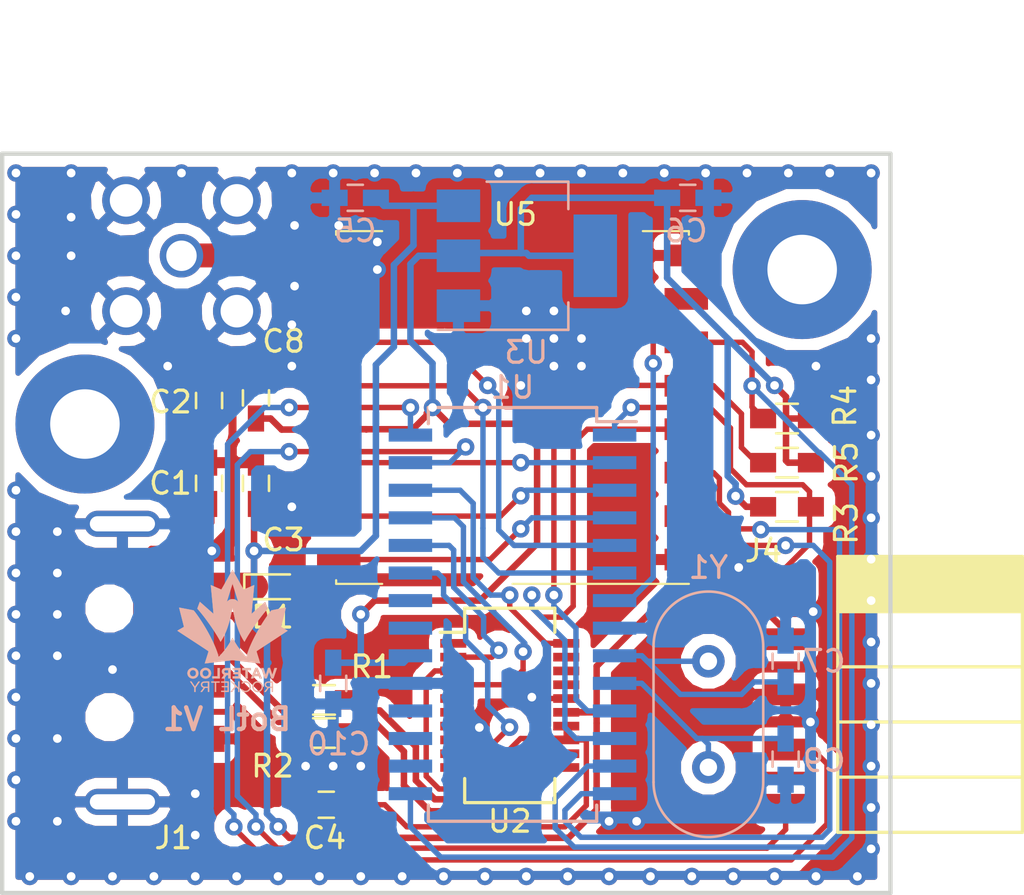
<source format=kicad_pcb>
(kicad_pcb (version 20171130) (host pcbnew "(5.0.0)")
  (layers (0 F.Cu signal) (31 B.Cu signal) (34 B.Paste user) (35 F.Paste user) (36 B.SilkS user) (37 F.SilkS user) (38 B.Mask user) (39 F.Mask user) (44 Edge.Cuts user))
  (net 0 "")
  (net 1 GND)
  (net 2 "Net-(C4-Pad1)")
  (net 3 "Net-(J2-Pad1)")
  (net 4 "Net-(U1-Pad21)")
  (net 5 "Net-(U1-Pad18)")
  (net 6 "Net-(U1-Pad17)")
  (net 7 "Net-(U1-Pad16)")
  (net 8 +5V)
  (net 9 +3V3)
  (net 10 /OSC1)
  (net 11 /OSC2)
  (net 12 /~MCLR)
  (net 13 /ICSPDAT)
  (net 14 /ICSPCLK)
  (net 15 /RESET)
  (net 16 /CS)
  (net 17 /DIN)
  (net 18 /DOUT)
  (net 19 /RTS)
  (net 20 /CTS)
  (net 21 "Net-(U1-Pad22)")
  (net 22 /MISO)
  (net 23 /MOSI)
  (net 24 /SCK)
  (net 25 "Net-(U2-Pad19)")
  (net 26 "Net-(U2-Pad18)")
  (net 27 "Net-(U2-Pad17)")
  (net 28 "Net-(U2-Pad10)")
  (net 29 "Net-(U2-Pad8)")
  (net 30 "Net-(U2-Pad7)")
  (net 31 "Net-(U2-Pad5)")
  (net 32 "Net-(U2-Pad1)")
  (net 33 /DIO5)
  (net 34 /DIO4)
  (net 35 /DIO3)
  (net 36 /DIO2)
  (net 37 /DIO1)
  (net 38 /DIO0)
  (net 39 /D1-)
  (net 40 /D1+)
  (net 41 /USBD-)
  (net 42 /USBD+)
  (module Resistors_SMD:R_0603_HandSoldering (layer F.Cu) (at 56.4515 17.272)
    (fp_text reference R3 (at 2.7305 0.762 90) (layer F.SilkS))
    (fp_text value 10k)
    (pad 2 smd rect (at 1.1 0) (size 1.2 0.9) (layers F.Cu F.Paste F.Mask) (net 12 /~MCLR))
    (pad 1 smd rect (at -1.1 0) (size 1.2 0.9) (layers F.Cu F.Paste F.Mask) (net 9 +3V3))
  )
  (module Mounting_Holes:MountingHole_3.2mm_M3_Pad (layer F.Cu) (at 57.15 6.35)
    (fp_text reference REF** hide)
    (fp_text value MountingHole_3.2mm_M3_Pad)
    (pad 1 thru_hole circle (at 0 0) (size 6.4 6.4) (drill 3.2) (layers *.Cu *.Mask))
  )
  (module Payload_Connectors:629104151021 (layer F.Cu) (at 28.956 20.955 270)
    (fp_text reference J1 (at 11.557 0.762) (layer F.SilkS))
    (fp_text value USB_A)
    (pad 1 smd rect (at 0 0 270) (size 1.2 3.2) (layers F.Cu F.Paste F.Mask) (net 8 +5V))
    (pad 2 smd rect (at 2.5 0 270) (size 1.2 3.2) (layers F.Cu F.Paste F.Mask) (net 39 /D1-))
    (pad 3 smd rect (at 4.5 0 270) (size 1.2 3.2) (layers F.Cu F.Paste F.Mask) (net 40 /D1+))
    (pad 4 smd rect (at 7 0 270) (size 1.2 3.2) (layers F.Cu F.Paste F.Mask) (net 1 GND))
    (pad "" np_thru_hole circle (at 1 3.7 270) (size 1.2 1.2) (drill 1.2) (layers *.Cu *.Mask))
    (pad "" np_thru_hole circle (at 6 3.7 270) (size 1.2 1.2) (drill 1.2) (layers *.Cu *.Mask))
    (pad 5 thru_hole oval (at -2.9 3.1 270) (size 1.2 3.5) (drill oval 0.7 3) (layers *.Cu *.Mask) (net 1 GND))
    (pad 5 thru_hole oval (at 9.9 3.1 270) (size 1.2 3.5) (drill oval 0.7 3) (layers *.Cu *.Mask) (net 1 GND))
  )
  (module Package_SO:SSOP-20_3.9x8.7mm_P0.635mm (layer F.Cu) (at 43.688 26.416)
    (fp_text reference U2 (at 0 5.334) (layer F.SilkS))
    (fp_text value FT231XS)
    (pad 1 smd rect (at -2.6 -2.8575) (size 1.2 0.4) (layers F.Cu F.Paste F.Mask) (net 32 "Net-(U2-Pad1)"))
    (pad 2 smd rect (at -2.6 -2.2225) (size 1.2 0.4) (layers F.Cu F.Paste F.Mask) (net 19 /RTS))
    (pad 3 smd rect (at -2.6 -1.5875) (size 1.2 0.4) (layers F.Cu F.Paste F.Mask) (net 2 "Net-(C4-Pad1)"))
    (pad 4 smd rect (at -2.6 -0.9525) (size 1.2 0.4) (layers F.Cu F.Paste F.Mask) (net 18 /DOUT))
    (pad 5 smd rect (at -2.6 -0.3175) (size 1.2 0.4) (layers F.Cu F.Paste F.Mask) (net 31 "Net-(U2-Pad5)"))
    (pad 6 smd rect (at -2.6 0.3175) (size 1.2 0.4) (layers F.Cu F.Paste F.Mask) (net 1 GND))
    (pad 7 smd rect (at -2.6 0.9525) (size 1.2 0.4) (layers F.Cu F.Paste F.Mask) (net 30 "Net-(U2-Pad7)"))
    (pad 8 smd rect (at -2.6 1.5875) (size 1.2 0.4) (layers F.Cu F.Paste F.Mask) (net 29 "Net-(U2-Pad8)"))
    (pad 9 smd rect (at -2.6 2.2225) (size 1.2 0.4) (layers F.Cu F.Paste F.Mask) (net 20 /CTS))
    (pad 10 smd rect (at -2.6 2.8575) (size 1.2 0.4) (layers F.Cu F.Paste F.Mask) (net 28 "Net-(U2-Pad10)"))
    (pad 11 smd rect (at 2.6 2.8575) (size 1.2 0.4) (layers F.Cu F.Paste F.Mask) (net 42 /USBD+))
    (pad 12 smd rect (at 2.6 2.2225) (size 1.2 0.4) (layers F.Cu F.Paste F.Mask) (net 41 /USBD-))
    (pad 13 smd rect (at 2.6 1.5875) (size 1.2 0.4) (layers F.Cu F.Paste F.Mask) (net 2 "Net-(C4-Pad1)"))
    (pad 14 smd rect (at 2.6 0.9525) (size 1.2 0.4) (layers F.Cu F.Paste F.Mask) (net 2 "Net-(C4-Pad1)"))
    (pad 15 smd rect (at 2.6 0.3175) (size 1.2 0.4) (layers F.Cu F.Paste F.Mask) (net 8 +5V))
    (pad 16 smd rect (at 2.6 -0.3175) (size 1.2 0.4) (layers F.Cu F.Paste F.Mask) (net 1 GND))
    (pad 17 smd rect (at 2.6 -0.9525) (size 1.2 0.4) (layers F.Cu F.Paste F.Mask) (net 27 "Net-(U2-Pad17)"))
    (pad 18 smd rect (at 2.6 -1.5875) (size 1.2 0.4) (layers F.Cu F.Paste F.Mask) (net 26 "Net-(U2-Pad18)"))
    (pad 19 smd rect (at 2.6 -2.2225) (size 1.2 0.4) (layers F.Cu F.Paste F.Mask) (net 25 "Net-(U2-Pad19)"))
    (pad 20 smd rect (at 2.6 -2.8575) (size 1.2 0.4) (layers F.Cu F.Paste F.Mask) (net 17 /DIN))
  )
  (module RF_Modules:Hopref_RFM9XW_SMD (layer F.Cu) (at 43.815 12.7 180)
    (fp_text reference U5 (at -0.127 8.89 180) (layer F.SilkS))
    (fp_text value RFM95W-915S2)
    (pad 16 smd rect (at 8 -7 180) (size 2 1) (layers F.Cu F.Paste F.Mask) (net 36 /DIO2))
    (pad 15 smd rect (at 8 -5 180) (size 2 1) (layers F.Cu F.Paste F.Mask) (net 37 /DIO1))
    (pad 14 smd rect (at 8 -3 180) (size 2 1) (layers F.Cu F.Paste F.Mask) (net 38 /DIO0))
    (pad 13 smd rect (at 8 -1 180) (size 2 1) (layers F.Cu F.Paste F.Mask) (net 9 +3V3))
    (pad 12 smd rect (at 8 1 180) (size 2 1) (layers F.Cu F.Paste F.Mask) (net 34 /DIO4))
    (pad 11 smd rect (at 8 3 180) (size 2 1) (layers F.Cu F.Paste F.Mask) (net 35 /DIO3))
    (pad 10 smd rect (at 8 5 180) (size 2 1) (layers F.Cu F.Paste F.Mask) (net 1 GND))
    (pad 9 smd rect (at 8 7 180) (size 2 1) (layers F.Cu F.Paste F.Mask) (net 3 "Net-(J2-Pad1)"))
    (pad 8 smd rect (at -8 7 180) (size 2 1) (layers F.Cu F.Paste F.Mask) (net 1 GND))
    (pad 7 smd rect (at -8 5 180) (size 2 1) (layers F.Cu F.Paste F.Mask) (net 33 /DIO5))
    (pad 6 smd rect (at -8 3 180) (size 2 1) (layers F.Cu F.Paste F.Mask) (net 15 /RESET))
    (pad 5 smd rect (at -8 1 180) (size 2 1) (layers F.Cu F.Paste F.Mask) (net 16 /CS))
    (pad 4 smd rect (at -8 -1 180) (size 2 1) (layers F.Cu F.Paste F.Mask) (net 24 /SCK))
    (pad 3 smd rect (at -8 -3 180) (size 2 1) (layers F.Cu F.Paste F.Mask) (net 23 /MOSI))
    (pad 2 smd rect (at -8 -5 180) (size 2 1) (layers F.Cu F.Paste F.Mask) (net 22 /MISO))
    (pad 1 smd rect (at -8 -7 180) (size 2 1) (layers F.Cu F.Paste F.Mask) (net 1 GND))
  )
  (module Capacitors_SMD:C_0603_HandSoldering (layer F.Cu) (at 29.845 16.19 90)
    (fp_text reference C1 (at 0 -1.778 180) (layer F.SilkS))
    (fp_text value 47pF)
    (pad 1 smd rect (at -0.95 0 90) (size 1.2 0.75) (layers F.Cu F.Paste F.Mask) (net 39 /D1-))
    (pad 2 smd rect (at 0.95 0 90) (size 1.2 0.75) (layers F.Cu F.Paste F.Mask) (net 1 GND))
  )
  (module Capacitors_SMD:C_0603_HandSoldering (layer F.Cu) (at 29.845 12.38 90)
    (fp_text reference C2 (at -0.066 -1.778 180) (layer F.SilkS))
    (fp_text value 47pF)
    (pad 2 smd rect (at 0.95 0 90) (size 1.2 0.75) (layers F.Cu F.Paste F.Mask) (net 1 GND))
    (pad 1 smd rect (at -0.95 0 90) (size 1.2 0.75) (layers F.Cu F.Paste F.Mask) (net 40 /D1+))
  )
  (module Capacitors_SMD:C_0603_HandSoldering (layer F.Cu) (at 32.004 16.19 90)
    (fp_text reference C3 (at -2.606 1.27 180) (layer F.SilkS))
    (fp_text value 0.01uF)
    (pad 2 smd rect (at 0.95 0 90) (size 1.2 0.75) (layers F.Cu F.Paste F.Mask) (net 1 GND))
    (pad 1 smd rect (at -0.95 0 90) (size 1.2 0.75) (layers F.Cu F.Paste F.Mask) (net 8 +5V))
  )
  (module Capacitors_SMD:C_0603_HandSoldering (layer F.Cu) (at 35.24 30.988 180)
    (fp_text reference C4 (at 0.066 -1.524 180) (layer F.SilkS))
    (fp_text value 0.1uF)
    (pad 2 smd rect (at 0.95 0 180) (size 1.2 0.75) (layers F.Cu F.Paste F.Mask) (net 1 GND))
    (pad 1 smd rect (at -0.95 0 180) (size 1.2 0.75) (layers F.Cu F.Paste F.Mask) (net 2 "Net-(C4-Pad1)"))
  )
  (module Capacitors_SMD:C_0603_HandSoldering (layer B.Cu) (at 36.576 3.048 180)
    (fp_text reference C5 (at 0 -1.524 180) (layer B.SilkS) (effects (justify mirror)))
    (fp_text value 4.7uF)
    (pad 1 smd rect (at -0.95 0 180) (size 1.2 0.75) (layers B.Cu B.Paste B.Mask) (net 8 +5V))
    (pad 2 smd rect (at 0.95 0 180) (size 1.2 0.75) (layers B.Cu B.Paste B.Mask) (net 1 GND))
  )
  (module Capacitors_SMD:C_0603_HandSoldering (layer B.Cu) (at 51.882 3.048)
    (fp_text reference C6 (at -0.066 1.524) (layer B.SilkS) (effects (justify mirror)))
    (fp_text value 4.7uF)
    (pad 2 smd rect (at 0.95 0) (size 1.2 0.75) (layers B.Cu B.Paste B.Mask) (net 1 GND))
    (pad 1 smd rect (at -0.95 0) (size 1.2 0.75) (layers B.Cu B.Paste B.Mask) (net 9 +3V3))
  )
  (module Capacitors_SMD:C_0603_HandSoldering (layer B.Cu) (at 56.388 24.384 90)
    (fp_text reference C7 (at 0 1.778) (layer B.SilkS) (effects (justify mirror)))
    (fp_text value C)
    (pad 1 smd rect (at -0.95 0 90) (size 1.2 0.75) (layers B.Cu B.Paste B.Mask) (net 10 /OSC1))
    (pad 2 smd rect (at 0.95 0 90) (size 1.2 0.75) (layers B.Cu B.Paste B.Mask) (net 1 GND))
  )
  (module Capacitors_SMD:C_0603_HandSoldering (layer F.Cu) (at 32.004 12.258 90)
    (fp_text reference C8 (at 2.606 1.27 180) (layer F.SilkS))
    (fp_text value 10uF)
    (pad 1 smd rect (at -0.95 0 90) (size 1.2 0.75) (layers F.Cu F.Paste F.Mask) (net 9 +3V3))
    (pad 2 smd rect (at 0.95 0 90) (size 1.2 0.75) (layers F.Cu F.Paste F.Mask) (net 1 GND))
  )
  (module Capacitors_SMD:C_0603_HandSoldering (layer B.Cu) (at 56.388 28.89 270)
    (fp_text reference C9 (at 0.066 -1.778 180) (layer B.SilkS) (effects (justify mirror)))
    (fp_text value C)
    (pad 2 smd rect (at 0.95 0 270) (size 1.2 0.75) (layers B.Cu B.Paste B.Mask) (net 1 GND))
    (pad 1 smd rect (at -0.95 0 270) (size 1.2 0.75) (layers B.Cu B.Paste B.Mask) (net 11 /OSC2))
  )
  (module Capacitors_SMD:C_0603_HandSoldering (layer B.Cu) (at 35.56 25.4 90)
    (fp_text reference C10 (at -2.794 0.254 180) (layer B.SilkS) (effects (justify mirror)))
    (fp_text value 0.1uF)
    (pad 1 smd rect (at -0.95 0 90) (size 1.2 0.75) (layers B.Cu B.Paste B.Mask) (net 1 GND))
    (pad 2 smd rect (at 0.95 0 90) (size 1.2 0.75) (layers B.Cu B.Paste B.Mask) (net 9 +3V3))
  )
  (module Payload_Connectors:PinHeader_5x2.54_SMD_90deg_952-3198-1-ND (layer F.Cu) (at 56.388 20.828 270)
    (fp_text reference J4 (at -1.524 1.016) (layer F.SilkS))
    (fp_text value Conn_01x05_Female)
    (pad 1 smd rect (at 0 0 270) (size 1 2) (layers F.Cu F.Paste F.Mask) (net 12 /~MCLR))
    (pad 2 smd rect (at 2.54 0 270) (size 1 2) (layers F.Cu F.Paste F.Mask) (net 8 +5V))
    (pad 3 smd rect (at 5.08 0 270) (size 1 2) (layers F.Cu F.Paste F.Mask) (net 1 GND))
    (pad 4 smd rect (at 7.62 0 270) (size 1 2) (layers F.Cu F.Paste F.Mask) (net 13 /ICSPDAT))
    (pad 5 smd rect (at 10.16 0 270) (size 1 2) (layers F.Cu F.Paste F.Mask) (net 14 /ICSPCLK))
  )
  (module Resistors_SMD:R_0603_HandSoldering (layer F.Cu) (at 35.136 26.162 180)
    (fp_text reference R1 (at -2.202 1.524 180) (layer F.SilkS))
    (fp_text value 27)
    (pad 2 smd rect (at 1.1 0 180) (size 1.2 0.9) (layers F.Cu F.Paste F.Mask) (net 39 /D1-))
    (pad 1 smd rect (at -1.1 0 180) (size 1.2 0.9) (layers F.Cu F.Paste F.Mask) (net 41 /USBD-))
  )
  (module Resistors_SMD:R_0603_HandSoldering (layer F.Cu) (at 35.136 27.686 180)
    (fp_text reference R2 (at 2.37 -1.524 180) (layer F.SilkS))
    (fp_text value 27)
    (pad 1 smd rect (at -1.1 0 180) (size 1.2 0.9) (layers F.Cu F.Paste F.Mask) (net 42 /USBD+))
    (pad 2 smd rect (at 1.1 0 180) (size 1.2 0.9) (layers F.Cu F.Paste F.Mask) (net 40 /D1+))
  )
  (module Resistors_SMD:R_0603_HandSoldering (layer F.Cu) (at 56.4515 13.208 180)
    (fp_text reference R4 (at -2.667 0.5715 270) (layer F.SilkS))
    (fp_text value 10k)
    (pad 1 smd rect (at -1.1 0 180) (size 1.2 0.9) (layers F.Cu F.Paste F.Mask) (net 9 +3V3))
    (pad 2 smd rect (at 1.1 0 180) (size 1.2 0.9) (layers F.Cu F.Paste F.Mask) (net 15 /RESET))
  )
  (module Resistors_SMD:R_0603_HandSoldering (layer F.Cu) (at 56.4515 15.24 180)
    (fp_text reference R5 (at -2.7305 0 270) (layer F.SilkS))
    (fp_text value 10k)
    (pad 2 smd rect (at 1.1 0 180) (size 1.2 0.9) (layers F.Cu F.Paste F.Mask) (net 16 /CS))
    (pad 1 smd rect (at -1.1 0 180) (size 1.2 0.9) (layers F.Cu F.Paste F.Mask) (net 9 +3V3))
  )
  (module Housings_SOIC:SOIC-28W_7.5x18.7mm_Pitch1.27mm (layer B.Cu) (at 43.815 22.225 180)
    (fp_text reference U1 (at 0 10.45 180) (layer B.SilkS) (effects (justify mirror)))
    (fp_text value PICLF26K83)
    (pad 28 smd rect (at 4.7 8.255 180) (size 2 0.6) (layers B.Cu B.Paste B.Mask) (net 13 /ICSPDAT))
    (pad 27 smd rect (at 4.7 6.985 180) (size 2 0.6) (layers B.Cu B.Paste B.Mask) (net 14 /ICSPCLK))
    (pad 26 smd rect (at 4.7 5.715 180) (size 2 0.6) (layers B.Cu B.Paste B.Mask) (net 17 /DIN))
    (pad 25 smd rect (at 4.7 4.445 180) (size 2 0.6) (layers B.Cu B.Paste B.Mask) (net 18 /DOUT))
    (pad 24 smd rect (at 4.7 3.175 180) (size 2 0.6) (layers B.Cu B.Paste B.Mask) (net 19 /RTS))
    (pad 23 smd rect (at 4.7 1.905 180) (size 2 0.6) (layers B.Cu B.Paste B.Mask) (net 20 /CTS))
    (pad 22 smd rect (at 4.7 0.635 180) (size 2 0.6) (layers B.Cu B.Paste B.Mask) (net 21 "Net-(U1-Pad22)"))
    (pad 21 smd rect (at 4.7 -0.635 180) (size 2 0.6) (layers B.Cu B.Paste B.Mask) (net 4 "Net-(U1-Pad21)"))
    (pad 20 smd rect (at 4.7 -1.905 180) (size 2 0.6) (layers B.Cu B.Paste B.Mask) (net 9 +3V3))
    (pad 19 smd rect (at 4.7 -3.175 180) (size 2 0.6) (layers B.Cu B.Paste B.Mask) (net 1 GND))
    (pad 18 smd rect (at 4.7 -4.445 180) (size 2 0.6) (layers B.Cu B.Paste B.Mask) (net 5 "Net-(U1-Pad18)"))
    (pad 17 smd rect (at 4.7 -5.715 180) (size 2 0.6) (layers B.Cu B.Paste B.Mask) (net 6 "Net-(U1-Pad17)"))
    (pad 16 smd rect (at 4.7 -6.985 180) (size 2 0.6) (layers B.Cu B.Paste B.Mask) (net 7 "Net-(U1-Pad16)"))
    (pad 15 smd rect (at 4.7 -8.255 180) (size 2 0.6) (layers B.Cu B.Paste B.Mask) (net 15 /RESET))
    (pad 14 smd rect (at -4.7 -8.255 180) (size 2 0.6) (layers B.Cu B.Paste B.Mask) (net 22 /MISO))
    (pad 13 smd rect (at -4.7 -6.985 180) (size 2 0.6) (layers B.Cu B.Paste B.Mask) (net 23 /MOSI))
    (pad 12 smd rect (at -4.7 -5.715 180) (size 2 0.6) (layers B.Cu B.Paste B.Mask) (net 24 /SCK))
    (pad 11 smd rect (at -4.7 -4.445 180) (size 2 0.6) (layers B.Cu B.Paste B.Mask) (net 16 /CS))
    (pad 10 smd rect (at -4.7 -3.175 180) (size 2 0.6) (layers B.Cu B.Paste B.Mask) (net 11 /OSC2))
    (pad 9 smd rect (at -4.7 -1.905 180) (size 2 0.6) (layers B.Cu B.Paste B.Mask) (net 10 /OSC1))
    (pad 8 smd rect (at -4.7 -0.635 180) (size 2 0.6) (layers B.Cu B.Paste B.Mask) (net 1 GND))
    (pad 7 smd rect (at -4.7 0.635 180) (size 2 0.6) (layers B.Cu B.Paste B.Mask) (net 33 /DIO5))
    (pad 6 smd rect (at -4.7 1.905 180) (size 2 0.6) (layers B.Cu B.Paste B.Mask) (net 34 /DIO4))
    (pad 5 smd rect (at -4.7 3.175 180) (size 2 0.6) (layers B.Cu B.Paste B.Mask) (net 35 /DIO3))
    (pad 4 smd rect (at -4.7 4.445 180) (size 2 0.6) (layers B.Cu B.Paste B.Mask) (net 36 /DIO2))
    (pad 3 smd rect (at -4.7 5.715 180) (size 2 0.6) (layers B.Cu B.Paste B.Mask) (net 37 /DIO1))
    (pad 2 smd rect (at -4.7 6.985 180) (size 2 0.6) (layers B.Cu B.Paste B.Mask) (net 38 /DIO0))
    (pad 1 smd rect (at -4.7 8.255 180) (size 2 0.6) (layers B.Cu B.Paste B.Mask) (net 12 /~MCLR))
  )
  (module TO_SOT_Packages_SMD:SOT-223 (layer B.Cu) (at 44.475 5.715)
    (fp_text reference U3 (at -0.025 4.445) (layer B.SilkS) (effects (justify mirror)))
    (fp_text value AP2114H-3.3TRG1)
    (pad 1 smd rect (at -3.15 2.3) (size 2 1.5) (layers B.Cu B.Paste B.Mask) (net 1 GND))
    (pad 3 smd rect (at -3.15 -2.3) (size 2 1.5) (layers B.Cu B.Paste B.Mask) (net 8 +5V))
    (pad 2 smd rect (at -3.15 0) (size 2 1.5) (layers B.Cu B.Paste B.Mask) (net 9 +3V3))
    (pad 4 smd rect (at 3.15 0) (size 2 3.8) (layers B.Cu B.Paste B.Mask) (net 9 +3V3))
  )
  (module Crystals:Crystal_HC49-U_Vertical (layer B.Cu) (at 52.832 24.384 270)
    (fp_text reference Y1 (at -4.318 0) (layer B.SilkS) (effects (justify mirror)))
    (fp_text value Crystal)
    (pad 2 thru_hole circle (at 4.88 0 270) (size 1.5 1.5) (drill 0.8) (layers *.Cu *.Mask) (net 11 /OSC2))
    (pad 1 thru_hole circle (at 0 0 270) (size 1.5 1.5) (drill 0.8) (layers *.Cu *.Mask) (net 10 /OSC1))
  )
  (module Payload_Connectors:CONSMA002 (layer F.Cu) (at 28.575 5.715)
    (fp_text reference J2)
    (fp_text value Conn_Coaxial)
    (pad 1 thru_hole circle (at 0 0) (size 2 2) (drill 1.4) (layers *.Cu *.Mask) (net 3 "Net-(J2-Pad1)"))
    (pad 2 thru_hole circle (at -2.55 -2.55) (size 2.2 2.2) (drill 1.5) (layers *.Cu *.Mask) (net 1 GND))
    (pad 2 thru_hole circle (at 2.55 -2.55) (size 2.2 2.2) (drill 1.5) (layers *.Cu *.Mask) (net 1 GND))
    (pad 2 thru_hole circle (at -2.55 2.55) (size 2.2 2.2) (drill 1.5) (layers *.Cu *.Mask) (net 1 GND))
    (pad 2 thru_hole circle (at 2.55 2.55) (size 2.2 2.2) (drill 1.5) (layers *.Cu *.Mask) (net 1 GND))
  )
  (module Diodes_SMD:D_0603 (layer F.Cu) (at 32.766 20.955)
    (fp_text reference D1 (at 0 1.397) (layer F.SilkS))
    (fp_text value D_TVS)
    (pad 2 smd rect (at 0.85 0) (size 0.6 0.8) (layers F.Cu F.Paste F.Mask) (net 1 GND))
    (pad 1 smd rect (at -0.85 0) (size 0.6 0.8) (layers F.Cu F.Paste F.Mask) (net 8 +5V))
  )
  (module Mounting_Holes:MountingHole_3.2mm_M3_Pad (layer F.Cu) (at 24.13 13.462)
    (fp_text reference REF** hide)
    (fp_text value MountingHole_3.2mm_M3_Pad)
    (pad 1 thru_hole circle (at 0 0) (size 6.4 6.4) (drill 3.2) (layers *.Cu *.Mask))
  )
  (module Logos:logo6 (layer B.Cu) (at 30.9245 22.987 180)
    (fp_text reference G*** hide)
    (fp_text value LOGO hide)
  )
  (gr_text "BotL V1" (at 30.6705 27.051) (layer B.SilkS) (effects (font (size 1 1) (thickness 0.2)) (justify mirror)))
  (gr_line (start 20.32 35.052) (end 20.32 1.016) (layer Edge.Cuts) (width 0.2))
  (gr_line (start 61.214 35.052) (end 20.32 35.052) (layer Edge.Cuts) (width 0.2))
  (gr_line (start 61.214 1.016) (end 61.214 35.052) (layer Edge.Cuts) (width 0.2))
  (gr_line (start 20.32 1.016) (end 61.214 1.016) (layer Edge.Cuts) (width 0.2))
  (via (at 21.59 34.29) (size 0.8) (drill 0.4) (layers F.Cu B.Cu) (net 1))
  (via (at 44.196 11.684) (size 0.8) (drill 0.4) (layers F.Cu B.Cu) (net 1))
  (segment (start 45.72 10.16) (end 45.72 9.652) (width 0.25) (layer F.Cu) (net 1))
  (segment (start 44.196 11.684) (end 45.72 10.16) (width 0.25) (layer F.Cu) (net 1))
  (via (at 42.288002 27.432) (size 0.8) (drill 0.4) (layers F.Cu B.Cu) (net 1))
  (segment (start 42.288002 27.083502) (end 42.288002 27.432) (width 0.25) (layer F.Cu) (net 1))
  (segment (start 41.088 26.7335) (end 41.938 26.7335) (width 0.25) (layer F.Cu) (net 1))
  (segment (start 41.938 26.7335) (end 42.288002 27.083502) (width 0.25) (layer F.Cu) (net 1))
  (segment (start 30.597 15.24) (end 30.988 15.631) (width 0.25) (layer F.Cu) (net 1))
  (via (at 29.972 19.304) (size 0.8) (drill 0.4) (layers F.Cu B.Cu) (net 1))
  (segment (start 30.988 15.631) (end 30.988 18.288) (width 0.25) (layer F.Cu) (net 1))
  (segment (start 30.988 18.288) (end 29.972 19.304) (width 0.25) (layer F.Cu) (net 1))
  (segment (start 31.379 15.24) (end 30.988 15.631) (width 0.25) (layer F.Cu) (net 1))
  (segment (start 32.004 15.24) (end 31.379 15.24) (width 0.25) (layer F.Cu) (net 1))
  (via (at 33.782 4.318) (size 0.8) (drill 0.4) (layers F.Cu B.Cu) (net 1))
  (via (at 33.782 7.112) (size 0.8) (drill 0.4) (layers F.Cu B.Cu) (net 1))
  (via (at 35.814 4.318) (size 0.8) (drill 0.4) (layers F.Cu B.Cu) (net 1))
  (via (at 37.592 6.35) (size 0.8) (drill 0.4) (layers F.Cu B.Cu) (net 1))
  (via (at 37.592 5.08) (size 0.8) (drill 0.4) (layers F.Cu B.Cu) (net 1))
  (via (at 23.495 34.29) (size 0.8) (drill 0.4) (layers F.Cu B.Cu) (net 1))
  (via (at 25.4 34.29) (size 0.8) (drill 0.4) (layers F.Cu B.Cu) (net 1))
  (via (at 27.305 34.29) (size 0.8) (drill 0.4) (layers F.Cu B.Cu) (net 1))
  (via (at 29.21 34.29) (size 0.8) (drill 0.4) (layers F.Cu B.Cu) (net 1))
  (via (at 31.115 34.29) (size 0.8) (drill 0.4) (layers F.Cu B.Cu) (net 1))
  (via (at 33.02 34.29) (size 0.8) (drill 0.4) (layers F.Cu B.Cu) (net 1))
  (via (at 34.925 34.29) (size 0.8) (drill 0.4) (layers F.Cu B.Cu) (net 1))
  (via (at 36.83 34.29) (size 0.8) (drill 0.4) (layers F.Cu B.Cu) (net 1))
  (via (at 38.735 34.29) (size 0.8) (drill 0.4) (layers F.Cu B.Cu) (net 1))
  (via (at 40.64 34.29) (size 0.8) (drill 0.4) (layers F.Cu B.Cu) (net 1))
  (via (at 42.545 34.29) (size 0.8) (drill 0.4) (layers F.Cu B.Cu) (net 1))
  (via (at 44.45 34.29) (size 0.8) (drill 0.4) (layers F.Cu B.Cu) (net 1))
  (via (at 46.355 34.29) (size 0.8) (drill 0.4) (layers F.Cu B.Cu) (net 1))
  (via (at 48.26 34.29) (size 0.8) (drill 0.4) (layers F.Cu B.Cu) (net 1))
  (via (at 50.165 34.29) (size 0.8) (drill 0.4) (layers F.Cu B.Cu) (net 1))
  (via (at 52.07 34.29) (size 0.8) (drill 0.4) (layers F.Cu B.Cu) (net 1))
  (via (at 53.975 34.29) (size 0.8) (drill 0.4) (layers F.Cu B.Cu) (net 1))
  (via (at 55.88 34.29) (size 0.8) (drill 0.4) (layers F.Cu B.Cu) (net 1))
  (via (at 57.785 34.29) (size 0.8) (drill 0.4) (layers F.Cu B.Cu) (net 1))
  (via (at 59.69 34.29) (size 0.8) (drill 0.4) (layers F.Cu B.Cu) (net 1))
  (via (at 60.325 33.02) (size 0.8) (drill 0.4) (layers F.Cu B.Cu) (net 1))
  (via (at 60.325 31.115) (size 0.8) (drill 0.4) (layers F.Cu B.Cu) (net 1))
  (via (at 60.325 29.21) (size 0.8) (drill 0.4) (layers F.Cu B.Cu) (net 1))
  (via (at 60.325 27.305) (size 0.8) (drill 0.4) (layers F.Cu B.Cu) (net 1))
  (via (at 60.325 25.4) (size 0.8) (drill 0.4) (layers F.Cu B.Cu) (net 1))
  (via (at 60.325 23.495) (size 0.8) (drill 0.4) (layers F.Cu B.Cu) (net 1))
  (via (at 60.325 21.59) (size 0.8) (drill 0.4) (layers F.Cu B.Cu) (net 1))
  (via (at 60.325 19.685) (size 0.8) (drill 0.4) (layers F.Cu B.Cu) (net 1))
  (via (at 60.325 17.78) (size 0.8) (drill 0.4) (layers F.Cu B.Cu) (net 1))
  (via (at 60.325 15.875) (size 0.8) (drill 0.4) (layers F.Cu B.Cu) (net 1))
  (via (at 60.325 13.97) (size 0.8) (drill 0.4) (layers F.Cu B.Cu) (net 1))
  (via (at 60.325 11.43) (size 0.8) (drill 0.4) (layers F.Cu B.Cu) (net 1))
  (via (at 60.325 9.525) (size 0.8) (drill 0.4) (layers F.Cu B.Cu) (net 1))
  (via (at 60.325 1.905) (size 0.8) (drill 0.4) (layers F.Cu B.Cu) (net 1))
  (via (at 58.42 1.905) (size 0.8) (drill 0.4) (layers F.Cu B.Cu) (net 1))
  (via (at 56.515 1.905) (size 0.8) (drill 0.4) (layers F.Cu B.Cu) (net 1))
  (via (at 54.61 1.905) (size 0.8) (drill 0.4) (layers F.Cu B.Cu) (net 1))
  (via (at 52.705 1.905) (size 0.8) (drill 0.4) (layers F.Cu B.Cu) (net 1))
  (via (at 50.8 1.905) (size 0.8) (drill 0.4) (layers F.Cu B.Cu) (net 1))
  (via (at 48.895 1.905) (size 0.8) (drill 0.4) (layers F.Cu B.Cu) (net 1))
  (via (at 46.99 1.905) (size 0.8) (drill 0.4) (layers F.Cu B.Cu) (net 1))
  (via (at 45.085 1.905) (size 0.8) (drill 0.4) (layers F.Cu B.Cu) (net 1))
  (via (at 43.18 1.905) (size 0.8) (drill 0.4) (layers F.Cu B.Cu) (net 1))
  (via (at 41.275 1.905) (size 0.8) (drill 0.4) (layers F.Cu B.Cu) (net 1))
  (via (at 39.37 1.905) (size 0.8) (drill 0.4) (layers F.Cu B.Cu) (net 1))
  (via (at 37.465 1.905) (size 0.8) (drill 0.4) (layers F.Cu B.Cu) (net 1))
  (via (at 35.56 1.905) (size 0.8) (drill 0.4) (layers F.Cu B.Cu) (net 1))
  (via (at 33.655 1.905) (size 0.8) (drill 0.4) (layers F.Cu B.Cu) (net 1))
  (via (at 28.575 1.905) (size 0.8) (drill 0.4) (layers F.Cu B.Cu) (net 1))
  (via (at 23.495 1.905) (size 0.8) (drill 0.4) (layers F.Cu B.Cu) (net 1))
  (via (at 20.955 1.905) (size 0.8) (drill 0.4) (layers F.Cu B.Cu) (net 1))
  (via (at 20.955 3.81) (size 0.8) (drill 0.4) (layers F.Cu B.Cu) (net 1))
  (via (at 20.955 5.715) (size 0.8) (drill 0.4) (layers F.Cu B.Cu) (net 1))
  (via (at 20.955 7.62) (size 0.8) (drill 0.4) (layers F.Cu B.Cu) (net 1))
  (via (at 20.955 9.525) (size 0.8) (drill 0.4) (layers F.Cu B.Cu) (net 1))
  (via (at 20.955 16.51) (size 0.8) (drill 0.4) (layers F.Cu B.Cu) (net 1))
  (via (at 20.955 18.415) (size 0.8) (drill 0.4) (layers F.Cu B.Cu) (net 1))
  (via (at 20.955 20.32) (size 0.8) (drill 0.4) (layers F.Cu B.Cu) (net 1))
  (via (at 20.955 22.225) (size 0.8) (drill 0.4) (layers F.Cu B.Cu) (net 1))
  (via (at 20.955 24.13) (size 0.8) (drill 0.4) (layers F.Cu B.Cu) (net 1))
  (via (at 20.955 26.035) (size 0.8) (drill 0.4) (layers F.Cu B.Cu) (net 1))
  (via (at 20.955 27.94) (size 0.8) (drill 0.4) (layers F.Cu B.Cu) (net 1))
  (via (at 20.955 29.845) (size 0.8) (drill 0.4) (layers F.Cu B.Cu) (net 1))
  (via (at 20.955 31.75) (size 0.8) (drill 0.4) (layers F.Cu B.Cu) (net 1))
  (via (at 36.83 29.21) (size 0.8) (drill 0.4) (layers F.Cu B.Cu) (net 1))
  (via (at 35.56 29.21) (size 0.8) (drill 0.4) (layers F.Cu B.Cu) (net 1))
  (via (at 34.29 29.21) (size 0.8) (drill 0.4) (layers F.Cu B.Cu) (net 1))
  (via (at 44.45 9.525) (size 0.8) (drill 0.4) (layers F.Cu B.Cu) (net 1))
  (via (at 45.72 9.525) (size 0.8) (drill 0.4) (layers F.Cu B.Cu) (net 1))
  (via (at 45.72 8.255) (size 0.8) (drill 0.4) (layers F.Cu B.Cu) (net 1))
  (via (at 44.45 8.255) (size 0.8) (drill 0.4) (layers F.Cu B.Cu) (net 1))
  (via (at 46.99 9.525) (size 0.8) (drill 0.4) (layers F.Cu B.Cu) (net 1))
  (via (at 45.72 10.795) (size 0.8) (drill 0.4) (layers F.Cu B.Cu) (net 1))
  (via (at 46.99 10.795) (size 0.8) (drill 0.4) (layers F.Cu B.Cu) (net 1))
  (via (at 33.655 8.89) (size 0.8) (drill 0.4) (layers F.Cu B.Cu) (net 1))
  (via (at 33.655 10.795) (size 0.8) (drill 0.4) (layers F.Cu B.Cu) (net 1))
  (via (at 27.94 10.795) (size 0.8) (drill 0.4) (layers F.Cu B.Cu) (net 1))
  (via (at 23.495 5.715) (size 0.8) (drill 0.4) (layers F.Cu B.Cu) (net 1))
  (via (at 57.785 10.795) (size 0.8) (drill 0.4) (layers F.Cu B.Cu) (net 1))
  (via (at 29.21 32.385) (size 0.8) (drill 0.4) (layers F.Cu B.Cu) (net 1))
  (via (at 29.21 30.48) (size 0.8) (drill 0.4) (layers F.Cu B.Cu) (net 1))
  (via (at 22.86 31.75) (size 0.8) (drill 0.4) (layers F.Cu B.Cu) (net 1))
  (via (at 22.86 24.13) (size 0.8) (drill 0.4) (layers F.Cu B.Cu) (net 1))
  (via (at 25.4 24.765) (size 0.8) (drill 0.4) (layers F.Cu B.Cu) (net 1))
  (segment (start 33.616 20.955) (end 33.616 17.311) (width 1.1) (layer F.Cu) (net 1))
  (via (at 33.655 17.272) (size 0.8) (drill 0.4) (layers F.Cu B.Cu) (net 1))
  (segment (start 33.616 17.311) (end 33.655 17.272) (width 0.25) (layer F.Cu) (net 1))
  (via (at 44.704 26.035) (size 0.8) (drill 0.4) (layers F.Cu B.Cu) (net 1))
  (segment (start 46.288 26.0985) (end 44.7675 26.0985) (width 0.25) (layer F.Cu) (net 1))
  (segment (start 44.7675 26.0985) (end 44.704 26.035) (width 0.25) (layer F.Cu) (net 1))
  (via (at 54.229 20.066) (size 0.8) (drill 0.4) (layers F.Cu B.Cu) (net 1))
  (segment (start 51.815 19.7) (end 53.863 19.7) (width 0.25) (layer F.Cu) (net 1))
  (segment (start 53.863 19.7) (end 54.229 20.066) (width 0.25) (layer F.Cu) (net 1))
  (segment (start 29.845 15.24) (end 30.226 15.24) (width 0.25) (layer F.Cu) (net 1))
  (segment (start 29.972 15.24) (end 30.226 15.24) (width 0.25) (layer F.Cu) (net 1))
  (segment (start 30.226 15.24) (end 30.597 15.24) (width 0.25) (layer F.Cu) (net 1))
  (via (at 57.658 22.098) (size 0.8) (drill 0.4) (layers F.Cu B.Cu) (net 1))
  (via (at 22.86 20.32) (size 0.8) (drill 0.4) (layers F.Cu B.Cu) (net 1))
  (via (at 22.86 27.94) (size 0.8) (drill 0.4) (layers F.Cu B.Cu) (net 1))
  (via (at 23.241 8.255) (size 0.8) (drill 0.4) (layers F.Cu B.Cu) (net 1))
  (via (at 23.495 3.937) (size 0.8) (drill 0.4) (layers F.Cu B.Cu) (net 1))
  (via (at 22.86 22.225) (size 0.8) (drill 0.4) (layers F.Cu B.Cu) (net 1))
  (via (at 22.86 18.415) (size 0.8) (drill 0.4) (layers F.Cu B.Cu) (net 1))
  (via (at 49.53 31.75) (size 0.8) (drill 0.4) (layers F.Cu B.Cu) (net 1))
  (via (at 48.26 31.75) (size 0.8) (drill 0.4) (layers F.Cu B.Cu) (net 1))
  (via (at 57.531 27.178) (size 0.8) (drill 0.4) (layers F.Cu B.Cu) (net 1))
  (segment (start 40.238 24.8285) (end 39.84101 25.22549) (width 0.25) (layer F.Cu) (net 2))
  (segment (start 41.088 24.8285) (end 40.238 24.8285) (width 0.25) (layer F.Cu) (net 2))
  (segment (start 39.84101 25.22549) (end 39.84101 29.671692) (width 0.25) (layer F.Cu) (net 2))
  (segment (start 39.84101 29.671692) (end 40.432308 30.26299) (width 0.25) (layer F.Cu) (net 2))
  (segment (start 44.186682 27.94) (end 46.288 27.94) (width 0.25) (layer F.Cu) (net 2))
  (segment (start 41.863692 30.26299) (end 44.186682 27.94) (width 0.25) (layer F.Cu) (net 2))
  (segment (start 40.432308 30.26299) (end 41.863692 30.26299) (width 0.25) (layer F.Cu) (net 2))
  (segment (start 46.288 28.0035) (end 46.288 27.94) (width 0.25) (layer F.Cu) (net 2))
  (segment (start 46.288 27.94) (end 46.288 27.3685) (width 0.25) (layer F.Cu) (net 2))
  (segment (start 47.138 28.0035) (end 46.288 28.0035) (width 0.25) (layer F.Cu) (net 2))
  (segment (start 37.934 30.988) (end 38.95 32.004) (width 0.25) (layer F.Cu) (net 2))
  (segment (start 36.19 30.988) (end 37.934 30.988) (width 0.25) (layer F.Cu) (net 2))
  (segment (start 38.95 32.004) (end 46.228 32.004) (width 0.25) (layer F.Cu) (net 2))
  (segment (start 46.228 32.004) (end 47.213001 31.018999) (width 0.25) (layer F.Cu) (net 2))
  (segment (start 47.213001 31.018999) (end 47.213001 28.078501) (width 0.25) (layer F.Cu) (net 2))
  (segment (start 47.213001 28.078501) (end 47.138 28.0035) (width 0.25) (layer F.Cu) (net 2))
  (segment (start 28.59 5.7) (end 28.575 5.715) (width 1.1) (layer F.Cu) (net 3))
  (segment (start 35.815 5.7) (end 28.59 5.7) (width 1.1) (layer F.Cu) (net 3))
  (segment (start 37.893 3.415) (end 37.526 3.048) (width 0.3) (layer B.Cu) (net 8))
  (segment (start 41.325 3.415) (end 39.624 3.415) (width 0.3) (layer B.Cu) (net 8))
  (segment (start 39.624 3.415) (end 37.893 3.415) (width 0.3) (layer B.Cu) (net 8))
  (via (at 33.024653 31.999347) (size 0.8) (drill 0.4) (layers F.Cu B.Cu) (net 8))
  (segment (start 33.024653 31.999347) (end 33.024653 31.914651) (width 0.3) (layer B.Cu) (net 8))
  (segment (start 33.024653 31.914651) (end 32.512 31.401998) (width 0.3) (layer B.Cu) (net 8))
  (segment (start 32.512 31.401998) (end 32.512 24.384) (width 0.3) (layer B.Cu) (net 8))
  (segment (start 28.956 20.955) (end 31.916 20.955) (width 1.3) (layer F.Cu) (net 8))
  (segment (start 39.257 3.415) (end 39.624 3.415) (width 0.3) (layer B.Cu) (net 8))
  (segment (start 32.766 19.304) (end 36.83 19.304) (width 0.3) (layer B.Cu) (net 8))
  (segment (start 36.83 19.304) (end 37.526 18.608) (width 0.3) (layer B.Cu) (net 8))
  (segment (start 31.916 17.228) (end 32.004 17.14) (width 0.3) (layer F.Cu) (net 8))
  (via (at 31.916 19.304) (size 0.8) (drill 0.4) (layers F.Cu B.Cu) (net 8))
  (segment (start 31.916 19.304) (end 31.916 17.228) (width 0.3) (layer F.Cu) (net 8))
  (segment (start 31.916 20.955) (end 31.916 19.304) (width 0.3) (layer F.Cu) (net 8))
  (segment (start 31.916 19.304) (end 32.766 19.304) (width 0.3) (layer B.Cu) (net 8))
  (segment (start 32.512 24.384) (end 32.512 23.368) (width 0.3) (layer B.Cu) (net 8))
  (segment (start 31.916 22.772) (end 31.916 19.304) (width 0.3) (layer B.Cu) (net 8))
  (segment (start 32.512 23.368) (end 31.916 22.772) (width 0.3) (layer B.Cu) (net 8))
  (segment (start 37.526 13.462) (end 37.526 10.734) (width 0.3) (layer B.Cu) (net 8))
  (segment (start 37.526 13.462) (end 37.526 12.954) (width 0.3) (layer B.Cu) (net 8))
  (segment (start 37.526 18.608) (end 37.526 13.462) (width 0.3) (layer B.Cu) (net 8))
  (segment (start 37.526 10.734) (end 38.354 9.906) (width 0.3) (layer B.Cu) (net 8))
  (segment (start 39.257 5.233) (end 39.257 3.415) (width 0.3) (layer B.Cu) (net 8))
  (segment (start 38.354 6.136) (end 39.257 5.233) (width 0.3) (layer B.Cu) (net 8))
  (segment (start 38.354 9.906) (end 38.354 6.136) (width 0.3) (layer B.Cu) (net 8))
  (segment (start 32.578 24.45) (end 32.512 24.384) (width 0.3) (layer B.Cu) (net 8))
  (segment (start 33.024653 31.999347) (end 33.537306 32.512) (width 0.3) (layer F.Cu) (net 8))
  (segment (start 33.537306 32.512) (end 46.391764 32.512) (width 0.3) (layer F.Cu) (net 8))
  (segment (start 46.391764 32.512) (end 47.688009 31.215755) (width 0.3) (layer F.Cu) (net 8))
  (segment (start 47.188 26.7335) (end 46.288 26.7335) (width 0.3) (layer F.Cu) (net 8))
  (segment (start 47.688009 31.215755) (end 47.688009 27.233509) (width 0.3) (layer F.Cu) (net 8))
  (segment (start 56.388 22.987) (end 56.388 23.368) (width 0.3) (layer F.Cu) (net 8))
  (segment (start 54.229 20.828) (end 56.388 22.987) (width 0.3) (layer F.Cu) (net 8))
  (segment (start 51.471765 20.828) (end 54.229 20.828) (width 0.3) (layer F.Cu) (net 8))
  (segment (start 47.688009 24.611756) (end 51.471765 20.828) (width 0.3) (layer F.Cu) (net 8))
  (segment (start 47.624509 26.7335) (end 47.688009 26.67) (width 0.3) (layer F.Cu) (net 8))
  (segment (start 46.288 26.7335) (end 47.624509 26.7335) (width 0.3) (layer F.Cu) (net 8))
  (segment (start 47.688009 27.233509) (end 47.688009 26.67) (width 0.3) (layer F.Cu) (net 8))
  (segment (start 47.688009 26.67) (end 47.688009 24.611756) (width 0.3) (layer F.Cu) (net 8))
  (segment (start 38.795 24.45) (end 39.115 24.13) (width 0.3) (layer B.Cu) (net 9))
  (segment (start 37.068 13.7) (end 35.815 13.7) (width 0.3) (layer F.Cu) (net 9))
  (segment (start 37.084 13.716) (end 37.068 13.7) (width 0.3) (layer F.Cu) (net 9))
  (segment (start 35.315 13.7) (end 35.815 13.7) (width 0.3) (layer F.Cu) (net 9))
  (segment (start 35.299 13.716) (end 35.315 13.7) (width 0.3) (layer F.Cu) (net 9))
  (segment (start 56.504 15.24) (end 57.404 15.24) (width 0.3) (layer F.Cu) (net 9))
  (segment (start 56.406 15.142) (end 56.504 15.24) (width 0.3) (layer F.Cu) (net 9))
  (segment (start 57.572 13.208) (end 56.406 13.208) (width 0.3) (layer F.Cu) (net 9))
  (segment (start 56.406 13.208) (end 56.406 15.142) (width 0.3) (layer F.Cu) (net 9))
  (via (at 55.88 11.684) (size 0.8) (drill 0.4) (layers F.Cu B.Cu) (net 9))
  (segment (start 56.406 12.21) (end 56.406 13.208) (width 0.3) (layer F.Cu) (net 9))
  (segment (start 55.88 11.684) (end 56.406 12.21) (width 0.3) (layer F.Cu) (net 9))
  (segment (start 49.276 3.048) (end 50.932 3.048) (width 0.3) (layer B.Cu) (net 9))
  (segment (start 44.704 3.048) (end 49.276 3.048) (width 0.3) (layer B.Cu) (net 9))
  (segment (start 44.196 3.556) (end 44.704 3.048) (width 0.3) (layer B.Cu) (net 9))
  (via (at 40.132 12.7) (size 0.8) (drill 0.4) (layers F.Cu B.Cu) (net 9))
  (segment (start 37.115 13.7) (end 35.815 13.7) (width 0.3) (layer F.Cu) (net 9))
  (segment (start 39.226002 13.7) (end 37.115 13.7) (width 0.3) (layer F.Cu) (net 9))
  (segment (start 39.866001 13.060001) (end 39.226002 13.7) (width 0.3) (layer F.Cu) (net 9))
  (segment (start 39.866001 12.965999) (end 39.866001 13.060001) (width 0.3) (layer F.Cu) (net 9))
  (segment (start 40.132 12.7) (end 39.866001 12.965999) (width 0.3) (layer F.Cu) (net 9))
  (segment (start 40.132 12.7) (end 40.132 10.668) (width 0.3) (layer B.Cu) (net 9))
  (segment (start 39.497 5.715) (end 41.325 5.715) (width 0.3) (layer B.Cu) (net 9))
  (segment (start 39.116 6.096) (end 39.497 5.715) (width 0.3) (layer B.Cu) (net 9))
  (segment (start 40.132 10.668) (end 39.116 9.652) (width 0.3) (layer B.Cu) (net 9))
  (segment (start 39.116 9.652) (end 39.116 6.096) (width 0.3) (layer B.Cu) (net 9))
  (segment (start 41.702 5.588) (end 44.196 5.588) (width 0.3) (layer B.Cu) (net 9))
  (segment (start 41.575 5.715) (end 41.702 5.588) (width 0.3) (layer B.Cu) (net 9))
  (segment (start 41.325 5.715) (end 41.575 5.715) (width 0.3) (layer B.Cu) (net 9))
  (segment (start 44.196 5.588) (end 44.196 3.556) (width 0.3) (layer B.Cu) (net 9))
  (segment (start 46.325 5.715) (end 47.625 5.715) (width 0.3) (layer B.Cu) (net 9))
  (segment (start 44.577 5.715) (end 46.325 5.715) (width 0.3) (layer B.Cu) (net 9))
  (segment (start 44.196 5.588) (end 44.45 5.588) (width 0.3) (layer B.Cu) (net 9))
  (segment (start 44.45 5.588) (end 44.577 5.715) (width 0.3) (layer B.Cu) (net 9))
  (segment (start 33.187 13.716) (end 34.671 13.716) (width 0.3) (layer F.Cu) (net 9))
  (segment (start 32.679 13.208) (end 33.187 13.716) (width 0.3) (layer F.Cu) (net 9))
  (segment (start 32.004 13.208) (end 32.679 13.208) (width 0.3) (layer F.Cu) (net 9))
  (segment (start 34.261 13.716) (end 34.671 13.716) (width 0.3) (layer F.Cu) (net 9))
  (segment (start 34.671 13.716) (end 35.299 13.716) (width 0.3) (layer F.Cu) (net 9))
  (segment (start 50.932 6.736) (end 50.932 3.048) (width 0.3) (layer B.Cu) (net 9))
  (segment (start 38.1 24.45) (end 38.795 24.45) (width 0.3) (layer B.Cu) (net 9))
  (via (at 36.83 22.225) (size 0.8) (drill 0.4) (layers F.Cu B.Cu) (net 9))
  (segment (start 36.83 22.225) (end 36.83 23.855) (width 0.3) (layer B.Cu) (net 9))
  (segment (start 36.83 23.855) (end 36.83 24.45) (width 0.3) (layer B.Cu) (net 9))
  (segment (start 35.56 24.45) (end 36.83 24.45) (width 0.3) (layer B.Cu) (net 9))
  (segment (start 36.83 24.45) (end 38.1 24.45) (width 0.3) (layer B.Cu) (net 9))
  (segment (start 53.721 9.525) (end 50.932 6.736) (width 0.3) (layer B.Cu) (net 9))
  (segment (start 55.88 11.684) (end 53.721 9.525) (width 0.3) (layer B.Cu) (net 9))
  (segment (start 55.161 17.145) (end 55.288 17.272) (width 0.3) (layer F.Cu) (net 9))
  (segment (start 40.882001 13.450001) (end 40.132 12.7) (width 0.3) (layer F.Cu) (net 9))
  (segment (start 36.83 22.225) (end 37.465 21.59) (width 0.3) (layer F.Cu) (net 9))
  (segment (start 37.465 21.59) (end 42.323998 21.59) (width 0.3) (layer F.Cu) (net 9))
  (segment (start 42.323998 21.59) (end 44.946001 18.967997) (width 0.3) (layer F.Cu) (net 9))
  (segment (start 44.946001 18.967997) (end 44.946001 13.831001) (width 0.3) (layer F.Cu) (net 9))
  (segment (start 44.946001 13.831001) (end 44.565001 13.450001) (width 0.3) (layer F.Cu) (net 9))
  (segment (start 44.565001 13.450001) (end 40.882001 13.450001) (width 0.3) (layer F.Cu) (net 9))
  (via (at 54.085438 16.781419) (size 0.8) (drill 0.4) (layers F.Cu B.Cu) (net 9))
  (segment (start 55.288 17.272) (end 54.576019 17.272) (width 0.3) (layer F.Cu) (net 9))
  (segment (start 54.576019 17.272) (end 54.085438 16.781419) (width 0.3) (layer F.Cu) (net 9))
  (segment (start 53.721 15.851296) (end 53.721 13.843) (width 0.3) (layer B.Cu) (net 9))
  (segment (start 54.085438 16.215734) (end 53.721 15.851296) (width 0.3) (layer B.Cu) (net 9))
  (segment (start 54.085438 16.781419) (end 54.085438 16.215734) (width 0.3) (layer B.Cu) (net 9))
  (segment (start 53.721 9.525) (end 53.721 13.843) (width 0.3) (layer B.Cu) (net 9))
  (segment (start 49.765 24.13) (end 48.515 24.13) (width 0.25) (layer B.Cu) (net 10))
  (segment (start 51.543 25.908) (end 49.765 24.13) (width 0.25) (layer B.Cu) (net 10))
  (segment (start 54.356 25.908) (end 51.543 25.908) (width 0.25) (layer B.Cu) (net 10))
  (segment (start 54.93 25.334) (end 54.356 25.908) (width 0.25) (layer B.Cu) (net 10))
  (segment (start 56.388 25.334) (end 54.93 25.334) (width 0.25) (layer B.Cu) (net 10))
  (segment (start 50.019 24.384) (end 52.832 24.384) (width 0.25) (layer B.Cu) (net 10))
  (segment (start 49.765 24.13) (end 50.019 24.384) (width 0.25) (layer B.Cu) (net 10))
  (segment (start 55.763 27.94) (end 56.388 27.94) (width 0.25) (layer B.Cu) (net 11))
  (segment (start 52.305 27.94) (end 55.763 27.94) (width 0.25) (layer B.Cu) (net 11))
  (segment (start 49.765 25.4) (end 52.305 27.94) (width 0.25) (layer B.Cu) (net 11))
  (segment (start 48.515 25.4) (end 49.765 25.4) (width 0.25) (layer B.Cu) (net 11))
  (segment (start 52.832 28.20334) (end 52.832 29.264) (width 0.25) (layer B.Cu) (net 11))
  (segment (start 52.56866 27.94) (end 52.832 28.20334) (width 0.25) (layer B.Cu) (net 11))
  (segment (start 52.305 27.94) (end 52.56866 27.94) (width 0.25) (layer B.Cu) (net 11))
  (segment (start 57.488 18.978) (end 57.488 17.272) (width 0.25) (layer F.Cu) (net 12))
  (segment (start 56.388 20.828) (end 56.388 20.078) (width 0.25) (layer F.Cu) (net 12))
  (segment (start 56.388 20.078) (end 57.488 18.978) (width 0.25) (layer F.Cu) (net 12))
  (via (at 49.276 12.7) (size 0.8) (drill 0.4) (layers F.Cu B.Cu) (net 12))
  (segment (start 48.515 13.97) (end 48.515 13.461) (width 0.25) (layer B.Cu) (net 12))
  (segment (start 48.515 13.461) (end 49.276 12.7) (width 0.25) (layer B.Cu) (net 12))
  (segment (start 52.900002 12.7) (end 53.848 13.647998) (width 0.25) (layer F.Cu) (net 12))
  (segment (start 53.848 13.647998) (end 53.848 15.519002) (width 0.25) (layer F.Cu) (net 12))
  (segment (start 49.276 12.7) (end 52.900002 12.7) (width 0.25) (layer F.Cu) (net 12))
  (segment (start 53.848 15.519002) (end 54.584998 16.256) (width 0.25) (layer F.Cu) (net 12))
  (segment (start 54.584998 16.256) (end 57.172 16.256) (width 0.25) (layer F.Cu) (net 12))
  (segment (start 57.488 16.572) (end 57.488 17.272) (width 0.25) (layer F.Cu) (net 12))
  (segment (start 57.172 16.256) (end 57.488 16.572) (width 0.25) (layer F.Cu) (net 12))
  (via (at 30.988 32.004) (size 0.8) (drill 0.4) (layers F.Cu B.Cu) (net 13))
  (via (at 39.116 12.7) (size 0.8) (drill 0.4) (layers F.Cu B.Cu) (net 13))
  (segment (start 39.116 13.969) (end 39.115 13.97) (width 0.25) (layer B.Cu) (net 13))
  (segment (start 39.116 12.7) (end 39.116 13.969) (width 0.25) (layer B.Cu) (net 13))
  (via (at 33.528 12.7) (size 0.8) (drill 0.4) (layers F.Cu B.Cu) (net 13))
  (segment (start 33.528 12.7) (end 39.116 12.7) (width 0.25) (layer F.Cu) (net 13))
  (segment (start 32.385 12.7) (end 33.528 12.7) (width 0.25) (layer B.Cu) (net 13))
  (segment (start 30.697001 14.387999) (end 32.385 12.7) (width 0.25) (layer B.Cu) (net 13))
  (segment (start 30.697001 31.147316) (end 30.697001 14.387999) (width 0.25) (layer B.Cu) (net 13))
  (segment (start 30.988 31.438315) (end 30.697001 31.147316) (width 0.25) (layer B.Cu) (net 13))
  (segment (start 30.988 32.004) (end 30.988 31.438315) (width 0.25) (layer B.Cu) (net 13))
  (segment (start 30.988 32.061002) (end 30.988 32.004) (width 0.25) (layer F.Cu) (net 13))
  (segment (start 57.638 28.448) (end 58.293 29.103) (width 0.25) (layer F.Cu) (net 13))
  (segment (start 56.388 28.448) (end 57.638 28.448) (width 0.25) (layer F.Cu) (net 13))
  (segment (start 58.293 29.103) (end 58.293 31.877) (width 0.25) (layer F.Cu) (net 13))
  (segment (start 58.293 31.877) (end 56.642 33.528) (width 0.25) (layer F.Cu) (net 13))
  (segment (start 56.642 33.528) (end 32.454998 33.528) (width 0.25) (layer F.Cu) (net 13))
  (segment (start 32.454998 33.528) (end 30.988 32.061002) (width 0.25) (layer F.Cu) (net 13))
  (via (at 32.004 32.004) (size 0.8) (drill 0.4) (layers F.Cu B.Cu) (net 14))
  (via (at 41.656 14.515) (size 0.8) (drill 0.4) (layers F.Cu B.Cu) (net 14))
  (segment (start 40.931 15.24) (end 40.132 15.24) (width 0.25) (layer B.Cu) (net 14))
  (segment (start 41.656 14.515) (end 40.931 15.24) (width 0.25) (layer B.Cu) (net 14))
  (segment (start 40.64 15.24) (end 40.132 15.24) (width 0.25) (layer B.Cu) (net 14))
  (segment (start 40.132 15.24) (end 39.115 15.24) (width 0.25) (layer B.Cu) (net 14))
  (via (at 33.528 14.732) (size 0.8) (drill 0.4) (layers F.Cu B.Cu) (net 14))
  (segment (start 41.439 14.732) (end 41.656 14.515) (width 0.25) (layer F.Cu) (net 14))
  (segment (start 33.528 14.732) (end 41.439 14.732) (width 0.25) (layer F.Cu) (net 14))
  (segment (start 32.004 31.438315) (end 31.147011 30.581326) (width 0.25) (layer B.Cu) (net 14))
  (segment (start 32.004 32.004) (end 32.004 31.438315) (width 0.25) (layer B.Cu) (net 14))
  (segment (start 31.147011 30.581326) (end 31.147011 15.334989) (width 0.25) (layer B.Cu) (net 14))
  (segment (start 31.75 14.732) (end 33.147 14.732) (width 0.25) (layer B.Cu) (net 14))
  (segment (start 31.147011 15.334989) (end 31.75 14.732) (width 0.25) (layer B.Cu) (net 14))
  (segment (start 33.528 14.732) (end 33.147 14.732) (width 0.25) (layer B.Cu) (net 14))
  (segment (start 56.388 32.131) (end 56.388 30.988) (width 0.25) (layer F.Cu) (net 14))
  (segment (start 55.53199 32.98701) (end 56.388 32.131) (width 0.25) (layer F.Cu) (net 14))
  (segment (start 32.004 32.004) (end 32.98701 32.98701) (width 0.25) (layer F.Cu) (net 14))
  (segment (start 32.98701 32.98701) (end 55.53199 32.98701) (width 0.25) (layer F.Cu) (net 14))
  (via (at 54.841669 11.706331) (size 0.8) (drill 0.4) (layers F.Cu B.Cu) (net 15))
  (segment (start 54.841669 12.677669) (end 55.372 13.208) (width 0.25) (layer F.Cu) (net 15))
  (segment (start 54.841669 11.706331) (end 54.841669 12.677669) (width 0.25) (layer F.Cu) (net 15))
  (segment (start 57.912 14.776662) (end 54.841669 11.706331) (width 0.25) (layer B.Cu) (net 15))
  (segment (start 39.115 30.48) (end 39.115 32.003) (width 0.25) (layer B.Cu) (net 15))
  (segment (start 54.841669 11.706331) (end 54.841669 10.137669) (width 0.25) (layer F.Cu) (net 15))
  (segment (start 54.404 9.7) (end 51.815 9.7) (width 0.25) (layer F.Cu) (net 15))
  (segment (start 54.841669 10.137669) (end 54.404 9.7) (width 0.25) (layer F.Cu) (net 15))
  (segment (start 57.912 14.776662) (end 57.956662 14.776662) (width 0.25) (layer B.Cu) (net 15))
  (segment (start 57.956662 14.776662) (end 59.436 16.256) (width 0.25) (layer B.Cu) (net 15))
  (segment (start 59.436 16.256) (end 59.436 32.512) (width 0.25) (layer B.Cu) (net 15))
  (segment (start 59.436 32.512) (end 58.547 33.401) (width 0.25) (layer B.Cu) (net 15))
  (segment (start 40.513 33.401) (end 39.115 32.003) (width 0.25) (layer B.Cu) (net 15))
  (segment (start 58.547 33.401) (end 40.513 33.401) (width 0.25) (layer B.Cu) (net 15))
  (segment (start 47.265 26.67) (end 46.736 26.141) (width 0.25) (layer B.Cu) (net 16))
  (segment (start 48.515 26.67) (end 47.265 26.67) (width 0.25) (layer B.Cu) (net 16))
  (segment (start 46.736 26.141) (end 46.736 22.86) (width 0.25) (layer B.Cu) (net 16))
  (via (at 45.72 21.336) (size 0.8) (drill 0.4) (layers F.Cu B.Cu) (net 16))
  (segment (start 46.736 22.86) (end 45.72 21.844) (width 0.25) (layer B.Cu) (net 16))
  (segment (start 45.72 21.844) (end 45.72 21.336) (width 0.25) (layer B.Cu) (net 16))
  (segment (start 55.054 15.24) (end 55.204 15.24) (width 0.25) (layer F.Cu) (net 16))
  (segment (start 54.354 14.54) (end 55.054 15.24) (width 0.25) (layer F.Cu) (net 16))
  (segment (start 54.354 12.989) (end 54.354 14.54) (width 0.25) (layer F.Cu) (net 16))
  (segment (start 53.065 11.7) (end 54.354 12.989) (width 0.25) (layer F.Cu) (net 16))
  (segment (start 51.815 11.7) (end 53.065 11.7) (width 0.25) (layer F.Cu) (net 16))
  (segment (start 51.799 11.684) (end 51.815 11.7) (width 0.25) (layer F.Cu) (net 16))
  (segment (start 46.011 11.684) (end 51.799 11.684) (width 0.25) (layer F.Cu) (net 16))
  (segment (start 45.72 21.336) (end 45.72 11.975) (width 0.25) (layer F.Cu) (net 16))
  (segment (start 45.72 11.975) (end 46.011 11.684) (width 0.25) (layer F.Cu) (net 16))
  (via (at 43.688 21.336) (size 0.8) (drill 0.4) (layers F.Cu B.Cu) (net 17))
  (segment (start 43.688 21.336) (end 42.80041 21.336) (width 0.25) (layer B.Cu) (net 17))
  (segment (start 42.00499 20.54058) (end 42.00499 17.11299) (width 0.25) (layer B.Cu) (net 17))
  (segment (start 42.80041 21.336) (end 42.00499 20.54058) (width 0.25) (layer B.Cu) (net 17))
  (segment (start 42.00499 17.11299) (end 41.402 16.51) (width 0.25) (layer B.Cu) (net 17))
  (segment (start 41.402 16.51) (end 39.115 16.51) (width 0.25) (layer B.Cu) (net 17))
  (segment (start 45.438 23.5585) (end 46.288 23.5585) (width 0.25) (layer F.Cu) (net 17))
  (segment (start 45.344815 23.5585) (end 45.438 23.5585) (width 0.25) (layer F.Cu) (net 17))
  (segment (start 43.688 21.901685) (end 45.344815 23.5585) (width 0.25) (layer F.Cu) (net 17))
  (segment (start 43.688 21.336) (end 43.688 21.901685) (width 0.25) (layer F.Cu) (net 17))
  (segment (start 42.672 25.4635) (end 41.088 25.4635) (width 0.25) (layer F.Cu) (net 18))
  (segment (start 42.672 25.4635) (end 43.6245 25.4635) (width 0.25) (layer F.Cu) (net 18))
  (via (at 44.30176 23.942497) (size 0.8) (drill 0.4) (layers F.Cu B.Cu) (net 18))
  (segment (start 43.6245 25.4635) (end 44.30176 24.78624) (width 0.25) (layer F.Cu) (net 18))
  (segment (start 44.30176 24.78624) (end 44.30176 23.942497) (width 0.25) (layer F.Cu) (net 18))
  (segment (start 41.55498 18.18698) (end 41.148 17.78) (width 0.25) (layer B.Cu) (net 18))
  (segment (start 41.148 17.78) (end 39.115 17.78) (width 0.25) (layer B.Cu) (net 18))
  (segment (start 41.55498 20.72698) (end 41.55498 18.18698) (width 0.25) (layer B.Cu) (net 18))
  (segment (start 43.18 22.352) (end 41.55498 20.72698) (width 0.25) (layer B.Cu) (net 18))
  (segment (start 43.688 22.86) (end 43.18 22.352) (width 0.25) (layer B.Cu) (net 18))
  (segment (start 43.905001 23.077001) (end 43.688 22.86) (width 0.25) (layer B.Cu) (net 18))
  (segment (start 44.3836 23.5556) (end 43.688 22.86) (width 0.25) (layer B.Cu) (net 18))
  (segment (start 41.10497 20.97356) (end 41.10497 19.26097) (width 0.25) (layer B.Cu) (net 19))
  (segment (start 41.10497 19.26097) (end 40.894 19.05) (width 0.25) (layer B.Cu) (net 19))
  (segment (start 40.894 19.05) (end 39.115 19.05) (width 0.25) (layer B.Cu) (net 19))
  (via (at 43.18 23.876) (size 0.8) (drill 0.4) (layers F.Cu B.Cu) (net 19))
  (segment (start 42.48341 23.17941) (end 43.18 23.876) (width 0.25) (layer B.Cu) (net 19))
  (segment (start 42.48341 22.352) (end 42.48341 23.17941) (width 0.25) (layer B.Cu) (net 19))
  (segment (start 42.48341 22.352) (end 41.10497 20.97356) (width 0.25) (layer B.Cu) (net 19))
  (segment (start 42.8625 24.1935) (end 43.18 23.876) (width 0.25) (layer F.Cu) (net 19))
  (segment (start 41.088 24.1935) (end 42.8625 24.1935) (width 0.25) (layer F.Cu) (net 19))
  (segment (start 41.938 28.6385) (end 41.088 28.6385) (width 0.25) (layer F.Cu) (net 20))
  (segment (start 42.031185 28.6385) (end 41.938 28.6385) (width 0.25) (layer F.Cu) (net 20))
  (segment (start 42.031185 28.6385) (end 42.4815 28.6385) (width 0.25) (layer F.Cu) (net 20))
  (segment (start 42.4815 28.6385) (end 42.672 28.448) (width 0.25) (layer F.Cu) (net 20))
  (segment (start 42.672 26.1885) (end 42.672 24.441002) (width 0.25) (layer B.Cu) (net 20))
  (via (at 43.678796 27.422624) (size 0.8) (drill 0.4) (layers F.Cu B.Cu) (net 20))
  (segment (start 42.4815 28.6385) (end 42.4815 28.61992) (width 0.25) (layer F.Cu) (net 20))
  (segment (start 42.4815 28.61992) (end 43.678796 27.422624) (width 0.25) (layer F.Cu) (net 20))
  (segment (start 43.678796 27.422624) (end 42.672 26.415828) (width 0.25) (layer B.Cu) (net 20))
  (segment (start 42.672 26.415828) (end 42.672 24.441002) (width 0.25) (layer B.Cu) (net 20))
  (segment (start 42.672 24.441002) (end 41.656 23.425002) (width 0.25) (layer B.Cu) (net 20))
  (segment (start 41.656 23.425002) (end 41.656 22.352) (width 0.25) (layer B.Cu) (net 20))
  (segment (start 41.656 22.352) (end 40.64 21.336) (width 0.25) (layer B.Cu) (net 20))
  (segment (start 40.64 21.336) (end 40.64 20.595) (width 0.25) (layer B.Cu) (net 20))
  (segment (start 40.365 20.32) (end 39.115 20.32) (width 0.25) (layer B.Cu) (net 20))
  (segment (start 40.64 20.595) (end 40.365 20.32) (width 0.25) (layer B.Cu) (net 20))
  (segment (start 52.174685 17.7) (end 51.815 17.7) (width 0.25) (layer F.Cu) (net 22))
  (segment (start 46.99 30.48) (end 48.515 30.48) (width 0.25) (layer B.Cu) (net 22))
  (segment (start 46.228 31.75) (end 46.228 31.242) (width 0.25) (layer B.Cu) (net 22))
  (segment (start 46.965001 32.487001) (end 46.228 31.75) (width 0.25) (layer B.Cu) (net 22))
  (segment (start 58.42 21.209) (end 58.42 32.131) (width 0.25) (layer B.Cu) (net 22))
  (segment (start 46.228 31.242) (end 46.99 30.48) (width 0.25) (layer B.Cu) (net 22))
  (segment (start 58.42 32.131) (end 58.063999 32.487001) (width 0.25) (layer B.Cu) (net 22))
  (segment (start 58.063999 32.487001) (end 46.965001 32.487001) (width 0.25) (layer B.Cu) (net 22))
  (via (at 56.388 19.05) (size 0.8) (drill 0.4) (layers F.Cu B.Cu) (net 22))
  (segment (start 54.10059 19.05) (end 56.388 19.05) (width 0.25) (layer F.Cu) (net 22))
  (segment (start 53.524685 19.05) (end 54.10059 19.05) (width 0.25) (layer F.Cu) (net 22))
  (segment (start 53.270685 18.796) (end 53.524685 19.05) (width 0.25) (layer F.Cu) (net 22))
  (segment (start 53.270685 18.796) (end 52.174685 17.7) (width 0.25) (layer F.Cu) (net 22))
  (segment (start 56.388 19.05) (end 57.658 19.05) (width 0.25) (layer B.Cu) (net 22))
  (segment (start 58.42 19.812) (end 58.42 21.209) (width 0.25) (layer B.Cu) (net 22))
  (segment (start 57.658 19.05) (end 58.42 19.812) (width 0.25) (layer B.Cu) (net 22))
  (segment (start 51.315 15.7) (end 51.815 15.7) (width 0.25) (layer F.Cu) (net 23))
  (segment (start 45.77799 30.69701) (end 45.77799 32.06199) (width 0.25) (layer B.Cu) (net 23))
  (segment (start 48.515 29.21) (end 47.265 29.21) (width 0.25) (layer B.Cu) (net 23))
  (segment (start 47.265 29.21) (end 45.77799 30.69701) (width 0.25) (layer B.Cu) (net 23))
  (segment (start 58.2504 32.93701) (end 58.870009 32.317401) (width 0.25) (layer B.Cu) (net 23))
  (segment (start 45.77799 32.06199) (end 46.65301 32.93701) (width 0.25) (layer B.Cu) (net 23))
  (segment (start 46.65301 32.93701) (end 58.2504 32.93701) (width 0.25) (layer B.Cu) (net 23))
  (segment (start 58.870009 32.317401) (end 58.87001 32.3174) (width 0.25) (layer B.Cu) (net 23))
  (segment (start 58.870009 32.317401) (end 58.870009 20.837608) (width 0.25) (layer B.Cu) (net 23))
  (segment (start 53.065 15.7) (end 53.34 15.975) (width 0.25) (layer F.Cu) (net 23))
  (segment (start 51.815 15.7) (end 53.065 15.7) (width 0.25) (layer F.Cu) (net 23))
  (segment (start 53.34 17.108983) (end 53.757017 17.526) (width 0.25) (layer F.Cu) (net 23))
  (segment (start 53.34 15.975) (end 53.34 17.108983) (width 0.25) (layer F.Cu) (net 23))
  (segment (start 53.757017 17.526) (end 53.757017 18.070017) (width 0.25) (layer F.Cu) (net 23))
  (segment (start 53.757017 18.070017) (end 53.975 18.288) (width 0.25) (layer F.Cu) (net 23))
  (via (at 55.245 18.322002) (size 0.8) (drill 0.4) (layers F.Cu B.Cu) (net 23))
  (segment (start 53.975 18.288) (end 55.210998 18.288) (width 0.25) (layer F.Cu) (net 23))
  (segment (start 55.210998 18.288) (end 55.245 18.322002) (width 0.25) (layer F.Cu) (net 23))
  (segment (start 55.245 18.322002) (end 58.708002 18.322002) (width 0.25) (layer B.Cu) (net 23))
  (segment (start 58.870009 18.484009) (end 58.870009 20.837608) (width 0.25) (layer B.Cu) (net 23))
  (segment (start 58.708002 18.322002) (end 58.870009 18.484009) (width 0.25) (layer B.Cu) (net 23))
  (via (at 44.704 21.336) (size 0.8) (drill 0.4) (layers F.Cu B.Cu) (net 24))
  (segment (start 44.704 21.336) (end 44.704 21.901685) (width 0.25) (layer F.Cu) (net 24))
  (segment (start 44.704 21.901685) (end 45.154315 22.352) (width 0.25) (layer F.Cu) (net 24))
  (segment (start 44.704 21.901685) (end 46.228 23.425685) (width 0.25) (layer B.Cu) (net 24))
  (segment (start 44.704 21.336) (end 44.704 21.901685) (width 0.25) (layer B.Cu) (net 24))
  (segment (start 46.228 27.432) (end 46.736 27.94) (width 0.25) (layer B.Cu) (net 24))
  (segment (start 46.228 23.425685) (end 46.228 27.432) (width 0.25) (layer B.Cu) (net 24))
  (segment (start 46.736 27.94) (end 48.515 27.94) (width 0.25) (layer B.Cu) (net 24))
  (segment (start 46.609 21.844) (end 46.609 14.351) (width 0.25) (layer F.Cu) (net 24))
  (segment (start 46.101 22.352) (end 46.609 21.844) (width 0.25) (layer F.Cu) (net 24))
  (segment (start 45.154315 22.352) (end 46.101 22.352) (width 0.25) (layer F.Cu) (net 24))
  (segment (start 47.26 13.7) (end 51.815 13.7) (width 0.25) (layer F.Cu) (net 24))
  (segment (start 46.609 14.351) (end 47.26 13.7) (width 0.25) (layer F.Cu) (net 24))
  (segment (start 50.292 20.513) (end 49.215 21.59) (width 0.25) (layer B.Cu) (net 33))
  (segment (start 49.215 21.59) (end 48.515 21.59) (width 0.25) (layer B.Cu) (net 33))
  (segment (start 50.292 10.668) (end 50.292 7.973) (width 0.25) (layer F.Cu) (net 33))
  (segment (start 50.292 7.973) (end 50.565 7.7) (width 0.25) (layer F.Cu) (net 33))
  (segment (start 50.565 7.7) (end 51.815 7.7) (width 0.25) (layer F.Cu) (net 33))
  (segment (start 50.292 10.668) (end 50.292 20.513) (width 0.25) (layer B.Cu) (net 33))
  (via (at 50.292 10.668) (size 0.8) (drill 0.4) (layers F.Cu B.Cu) (net 33))
  (via (at 42.455 12.7) (size 0.8) (drill 0.4) (layers F.Cu B.Cu) (net 34))
  (segment (start 42.455 18.256412) (end 42.455 12.7) (width 0.25) (layer B.Cu) (net 34))
  (segment (start 42.455 19.595) (end 42.455 18.256412) (width 0.25) (layer B.Cu) (net 34))
  (segment (start 48.515 20.32) (end 43.18 20.32) (width 0.25) (layer B.Cu) (net 34))
  (segment (start 43.18 20.32) (end 42.455 19.595) (width 0.25) (layer B.Cu) (net 34))
  (segment (start 41.455 11.7) (end 42.455 12.7) (width 0.25) (layer F.Cu) (net 34))
  (segment (start 35.815 11.7) (end 41.455 11.7) (width 0.25) (layer F.Cu) (net 34))
  (segment (start 48.515 19.05) (end 43.942 19.05) (width 0.25) (layer B.Cu) (net 35))
  (segment (start 43.884998 19.05) (end 43.18 18.345002) (width 0.25) (layer B.Cu) (net 35))
  (segment (start 43.942 19.05) (end 43.884998 19.05) (width 0.25) (layer B.Cu) (net 35))
  (via (at 42.672 11.684) (size 0.8) (drill 0.4) (layers F.Cu B.Cu) (net 35))
  (segment (start 43.18 18.345002) (end 43.18 12.192) (width 0.25) (layer B.Cu) (net 35))
  (segment (start 43.18 12.192) (end 42.672 11.684) (width 0.25) (layer B.Cu) (net 35))
  (segment (start 40.688 9.7) (end 35.815 9.7) (width 0.25) (layer F.Cu) (net 35))
  (segment (start 42.672 11.684) (end 40.688 9.7) (width 0.25) (layer F.Cu) (net 35))
  (via (at 44.196 18.288) (size 0.8) (drill 0.4) (layers F.Cu B.Cu) (net 36))
  (segment (start 48.515 17.78) (end 44.704 17.78) (width 0.25) (layer B.Cu) (net 36))
  (segment (start 44.704 17.78) (end 44.196 18.288) (width 0.25) (layer B.Cu) (net 36))
  (segment (start 42.784 19.7) (end 35.815 19.7) (width 0.25) (layer F.Cu) (net 36))
  (segment (start 44.196 18.288) (end 42.784 19.7) (width 0.25) (layer F.Cu) (net 36))
  (via (at 44.196 16.764) (size 0.8) (drill 0.4) (layers F.Cu B.Cu) (net 37))
  (segment (start 48.515 16.51) (end 44.45 16.51) (width 0.25) (layer B.Cu) (net 37))
  (segment (start 44.45 16.51) (end 44.196 16.764) (width 0.25) (layer B.Cu) (net 37))
  (segment (start 43.26 17.7) (end 35.815 17.7) (width 0.25) (layer F.Cu) (net 37))
  (segment (start 44.196 16.764) (end 43.26 17.7) (width 0.25) (layer F.Cu) (net 37))
  (via (at 44.196 15.24) (size 0.8) (drill 0.4) (layers F.Cu B.Cu) (net 38))
  (segment (start 48.515 15.24) (end 44.196 15.24) (width 0.25) (layer B.Cu) (net 38))
  (segment (start 36.275 15.24) (end 35.815 15.7) (width 0.25) (layer F.Cu) (net 38))
  (segment (start 44.196 15.24) (end 36.275 15.24) (width 0.25) (layer F.Cu) (net 38))
  (segment (start 29.972 17.99) (end 29.972 17.14) (width 0.25) (layer F.Cu) (net 39))
  (segment (start 28.956 23.455) (end 27.956 23.455) (width 0.25) (layer F.Cu) (net 39))
  (segment (start 27.320571 19.685) (end 28.277 19.685) (width 0.25) (layer F.Cu) (net 39))
  (segment (start 28.277 19.685) (end 29.972 17.99) (width 0.25) (layer F.Cu) (net 39))
  (segment (start 26.924 20.081571) (end 27.320571 19.685) (width 0.25) (layer F.Cu) (net 39))
  (segment (start 26.924 22.423) (end 26.924 20.081571) (width 0.25) (layer F.Cu) (net 39))
  (segment (start 27.956 23.455) (end 26.924 22.423) (width 0.25) (layer F.Cu) (net 39))
  (segment (start 28.956 23.455) (end 30.248893 23.455) (width 0.3) (layer F.Cu) (net 39))
  (segment (start 33.250554 26.674) (end 33.374 26.674) (width 0.3) (layer F.Cu) (net 39))
  (segment (start 33.886 26.162) (end 34.036 26.162) (width 0.3) (layer F.Cu) (net 39))
  (segment (start 29.706 24.205) (end 30.781554 24.205) (width 0.3) (layer F.Cu) (net 39))
  (segment (start 28.956 23.455) (end 29.706 24.205) (width 0.3) (layer F.Cu) (net 39))
  (segment (start 33.374 26.674) (end 33.886 26.162) (width 0.3) (layer F.Cu) (net 39))
  (segment (start 30.781554 24.205) (end 33.250554 26.674) (width 0.3) (layer F.Cu) (net 39))
  (segment (start 29.337 13.208) (end 29.972 13.208) (width 0.25) (layer F.Cu) (net 40))
  (segment (start 28.575 13.97) (end 29.337 13.208) (width 0.25) (layer F.Cu) (net 40))
  (segment (start 28.575 18.669) (end 28.575 13.97) (width 0.25) (layer F.Cu) (net 40))
  (segment (start 28.956 25.455) (end 27.956 25.455) (width 0.25) (layer F.Cu) (net 40))
  (segment (start 27.956 25.455) (end 26.47399 23.97299) (width 0.25) (layer F.Cu) (net 40))
  (segment (start 26.47399 23.97299) (end 26.47399 19.895171) (width 0.25) (layer F.Cu) (net 40))
  (segment (start 26.47399 19.895171) (end 27.178 19.191161) (width 0.25) (layer F.Cu) (net 40))
  (segment (start 27.178 19.191161) (end 28.052839 19.191161) (width 0.25) (layer F.Cu) (net 40))
  (segment (start 28.052839 19.191161) (end 28.575 18.669) (width 0.25) (layer F.Cu) (net 40))
  (segment (start 33.886 27.686) (end 34.036 27.686) (width 0.3) (layer F.Cu) (net 40))
  (segment (start 30.574446 24.705) (end 33.043446 27.174) (width 0.3) (layer F.Cu) (net 40))
  (segment (start 29.706 24.705) (end 30.574446 24.705) (width 0.3) (layer F.Cu) (net 40))
  (segment (start 28.956 25.455) (end 29.706 24.705) (width 0.3) (layer F.Cu) (net 40))
  (segment (start 33.374 27.174) (end 33.886 27.686) (width 0.3) (layer F.Cu) (net 40))
  (segment (start 33.043446 27.174) (end 33.374 27.174) (width 0.3) (layer F.Cu) (net 40))
  (segment (start 36.873 26.649) (end 37.70591 26.649) (width 0.3) (layer F.Cu) (net 41))
  (segment (start 36.386 26.162) (end 36.873 26.649) (width 0.3) (layer F.Cu) (net 41))
  (segment (start 36.236 26.162) (end 36.386 26.162) (width 0.3) (layer F.Cu) (net 41))
  (segment (start 45.387999 28.6385) (end 46.288 28.6385) (width 0.3) (layer F.Cu) (net 41))
  (segment (start 40.235553 30.738) (end 42.060447 30.738) (width 0.3) (layer F.Cu) (net 41))
  (segment (start 39.366 29.868447) (end 40.235553 30.738) (width 0.3) (layer F.Cu) (net 41))
  (segment (start 39.366 28.30909) (end 39.366 29.868447) (width 0.3) (layer F.Cu) (net 41))
  (segment (start 37.70591 26.649) (end 39.366 28.30909) (width 0.3) (layer F.Cu) (net 41))
  (segment (start 45.345499 28.681) (end 45.387999 28.6385) (width 0.3) (layer F.Cu) (net 41))
  (segment (start 44.117446 28.681) (end 45.345499 28.681) (width 0.3) (layer F.Cu) (net 41))
  (segment (start 42.060447 30.738) (end 44.117446 28.681) (width 0.3) (layer F.Cu) (net 41))
  (segment (start 36.873 27.199) (end 37.47809 27.199) (width 0.3) (layer F.Cu) (net 42))
  (segment (start 36.236 27.686) (end 36.386 27.686) (width 0.3) (layer F.Cu) (net 42))
  (segment (start 36.386 27.686) (end 36.873 27.199) (width 0.3) (layer F.Cu) (net 42))
  (segment (start 45.387999 29.2735) (end 46.288 29.2735) (width 0.3) (layer F.Cu) (net 42))
  (segment (start 45.345499 29.231) (end 45.387999 29.2735) (width 0.3) (layer F.Cu) (net 42))
  (segment (start 38.816009 28.536919) (end 38.81601 30.096261) (width 0.3) (layer F.Cu) (net 42))
  (segment (start 37.47809 27.199) (end 38.816009 28.536919) (width 0.3) (layer F.Cu) (net 42))
  (segment (start 38.81601 30.096261) (end 40.00774 31.287991) (width 0.3) (layer F.Cu) (net 42))
  (segment (start 40.00774 31.287991) (end 42.288261 31.28799) (width 0.3) (layer F.Cu) (net 42))
  (segment (start 42.288261 31.28799) (end 44.345251 29.231) (width 0.3) (layer F.Cu) (net 42))
  (segment (start 44.345251 29.231) (end 45.345499 29.231) (width 0.3) (layer F.Cu) (net 42))
  (zone (net 1) (net_name GND) (layer F.Cu) (connect_pads (clearance 0.508)) (min_thickness 0.254) (fill yes (arc_segments 16) (thermal_gap 0.508) (thermal_bridge_width 0.508))
    (polygon (pts (xy 20.828 1.524) (xy 60.706 1.524) (xy 60.706 34.544) (xy 20.828 34.544)))
  )
  (zone (net 1) (net_name GND) (layer B.Cu) (connect_pads (clearance 0.508)) (min_thickness 0.254) (fill yes (arc_segments 16) (thermal_gap 0.508) (thermal_bridge_width 0.508))
    (polygon (pts (xy 20.828 1.524) (xy 60.706 1.524) (xy 60.706 34.544) (xy 20.828 34.544)))
  )
)
</source>
